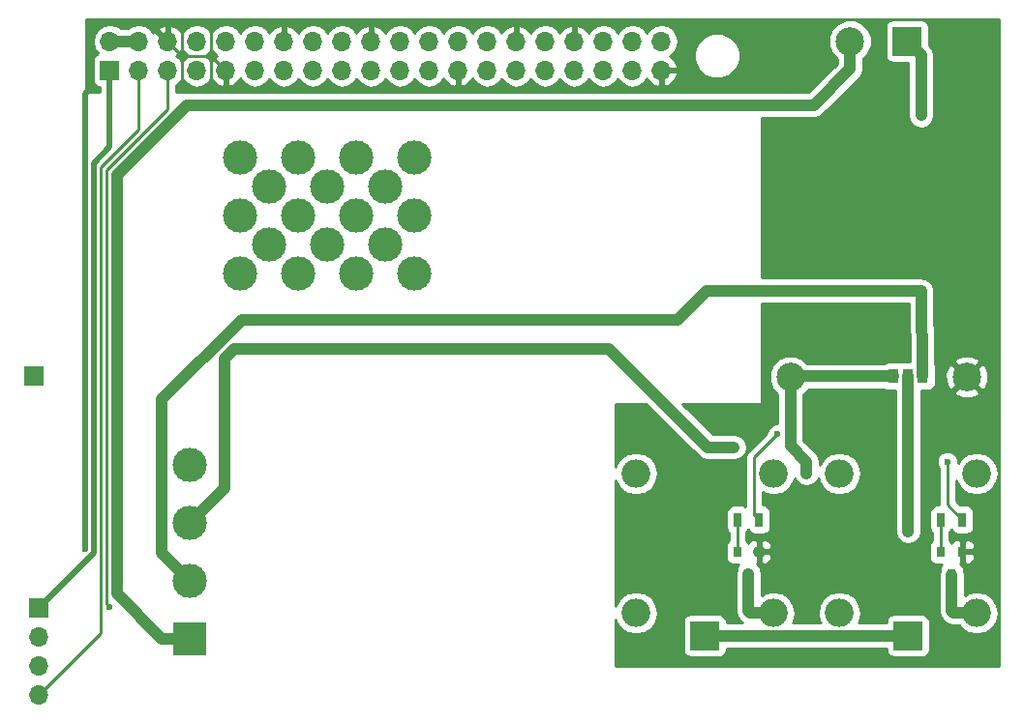
<source format=gbl>
G04 #@! TF.FileFunction,Copper,L2,Bot,Signal*
%FSLAX46Y46*%
G04 Gerber Fmt 4.6, Leading zero omitted, Abs format (unit mm)*
G04 Created by KiCad (PCBNEW 4.0.7) date Sunday 11 February 2018 15:57:34*
%MOMM*%
%LPD*%
G01*
G04 APERTURE LIST*
%ADD10C,0.100000*%
%ADD11C,3.000000*%
%ADD12R,1.700000X1.700000*%
%ADD13O,1.700000X1.700000*%
%ADD14R,2.500000X2.500000*%
%ADD15O,2.500000X2.500000*%
%ADD16R,0.800000X0.900000*%
%ADD17R,0.700000X1.300000*%
%ADD18C,2.500000*%
%ADD19R,0.970000X1.270000*%
%ADD20R,2.999740X2.999740*%
%ADD21C,2.999740*%
%ADD22C,0.600000*%
%ADD23C,0.500000*%
%ADD24C,1.000000*%
%ADD25C,0.250000*%
%ADD26C,0.254000*%
G04 APERTURE END LIST*
D10*
D11*
X200660000Y-106680000D03*
X200660000Y-116840000D03*
X200660000Y-111760000D03*
X198120000Y-114300000D03*
X198120000Y-109220000D03*
X195580000Y-106680000D03*
X190500000Y-106680000D03*
X185420000Y-106680000D03*
X187960000Y-109220000D03*
X193040000Y-109220000D03*
X195580000Y-111760000D03*
X195580000Y-116840000D03*
X193040000Y-114300000D03*
X190500000Y-111760000D03*
X190500000Y-116840000D03*
X187960000Y-114300000D03*
X185420000Y-111760000D03*
D12*
X173990000Y-99060000D03*
D13*
X173990000Y-96520000D03*
X176530000Y-99060000D03*
X176530000Y-96520000D03*
X179070000Y-99060000D03*
X179070000Y-96520000D03*
X181610000Y-99060000D03*
X181610000Y-96520000D03*
X184150000Y-99060000D03*
X184150000Y-96520000D03*
X186690000Y-99060000D03*
X186690000Y-96520000D03*
X189230000Y-99060000D03*
X189230000Y-96520000D03*
X191770000Y-99060000D03*
X191770000Y-96520000D03*
X194310000Y-99060000D03*
X194310000Y-96520000D03*
X196850000Y-99060000D03*
X196850000Y-96520000D03*
X199390000Y-99060000D03*
X199390000Y-96520000D03*
X201930000Y-99060000D03*
X201930000Y-96520000D03*
X204470000Y-99060000D03*
X204470000Y-96520000D03*
X207010000Y-99060000D03*
X207010000Y-96520000D03*
X209550000Y-99060000D03*
X209550000Y-96520000D03*
X212090000Y-99060000D03*
X212090000Y-96520000D03*
X214630000Y-99060000D03*
X214630000Y-96520000D03*
X217170000Y-99060000D03*
X217170000Y-96520000D03*
X219710000Y-99060000D03*
X219710000Y-96520000D03*
X222250000Y-99060000D03*
X222250000Y-96520000D03*
D11*
X185420000Y-116840000D03*
D14*
X243840000Y-148590000D03*
D15*
X249840000Y-146590000D03*
X249840000Y-134390000D03*
X237840000Y-134390000D03*
X237840000Y-146590000D03*
D14*
X226060000Y-148590000D03*
D15*
X232060000Y-146590000D03*
X232060000Y-134390000D03*
X220060000Y-134390000D03*
X220060000Y-146590000D03*
D16*
X246700000Y-141240000D03*
X248600000Y-141240000D03*
X247650000Y-143240000D03*
X228920000Y-141240000D03*
X230820000Y-141240000D03*
X229870000Y-143240000D03*
D17*
X246700000Y-138430000D03*
X248600000Y-138430000D03*
X228920000Y-138430000D03*
X230820000Y-138430000D03*
D14*
X243760000Y-96520000D03*
D18*
X238760000Y-96520000D03*
X248960000Y-125920000D03*
X233560000Y-125920000D03*
D19*
X245110000Y-125857000D03*
X243840000Y-125857000D03*
X242570000Y-125857000D03*
D12*
X167767000Y-146177000D03*
D13*
X167767000Y-148717000D03*
X167767000Y-151257000D03*
X167767000Y-153797000D03*
D12*
X167386000Y-125857000D03*
D20*
X180975000Y-148844000D03*
D21*
X180975000Y-143764000D03*
X180975000Y-138684000D03*
X180975000Y-133604000D03*
D22*
X234950000Y-134366000D03*
X171831000Y-140970000D03*
X232283000Y-95631000D03*
X233426000Y-96774000D03*
X234569000Y-97917000D03*
X235712000Y-99060000D03*
X244983000Y-102997000D03*
X244983000Y-118364000D03*
X243840000Y-139446000D03*
X173990000Y-146050000D03*
X232410000Y-130937000D03*
X247269000Y-133350000D03*
X228600000Y-132080000D03*
D23*
X173990000Y-102362000D02*
X173990000Y-105791000D01*
X173990000Y-99060000D02*
X173990000Y-102362000D01*
X172593000Y-141351000D02*
X167767000Y-146177000D01*
X172593000Y-107188000D02*
X172593000Y-141351000D01*
X173990000Y-105791000D02*
X172593000Y-107188000D01*
D24*
X242570000Y-125857000D02*
X233623000Y-125857000D01*
X233623000Y-125857000D02*
X233560000Y-125920000D01*
X233560000Y-131960000D02*
X233560000Y-125920000D01*
X233560000Y-131960000D02*
X234950000Y-133350000D01*
X234950000Y-134366000D02*
X234950000Y-133350000D01*
X176530000Y-96520000D02*
X173990000Y-96520000D01*
D23*
X171831000Y-101092000D02*
X172339000Y-100584000D01*
X171831000Y-140970000D02*
X171831000Y-101092000D01*
X177546000Y-94996000D02*
X179070000Y-96520000D01*
D25*
X180340000Y-97790000D02*
X180340000Y-95758000D01*
X180340000Y-97790000D02*
X180340000Y-99822000D01*
X182880000Y-97790000D02*
X182880000Y-99822000D01*
X182880000Y-97790000D02*
X182880000Y-95758000D01*
X179070000Y-96520000D02*
X180340000Y-97790000D01*
X182880000Y-97790000D02*
X184150000Y-99060000D01*
X180340000Y-97790000D02*
X182880000Y-97790000D01*
D24*
X230820000Y-141240000D02*
X230836000Y-141224000D01*
D25*
X247650000Y-143240000D02*
X247650000Y-143290000D01*
D24*
X247650000Y-143290000D02*
X247650000Y-146440000D01*
X249840000Y-146590000D02*
X247800000Y-146590000D01*
X247800000Y-146590000D02*
X247650000Y-146440000D01*
X229870000Y-143240000D02*
X229870000Y-146440000D01*
X229870000Y-146440000D02*
X229870000Y-146050000D01*
X229870000Y-146050000D02*
X229870000Y-146440000D01*
X232060000Y-146590000D02*
X230020000Y-146590000D01*
X230020000Y-146590000D02*
X229870000Y-146440000D01*
D25*
X246700000Y-141240000D02*
X246700000Y-138430000D01*
X228920000Y-141240000D02*
X228920000Y-138430000D01*
D24*
X180975000Y-148844000D02*
X178562000Y-148844000D01*
X238760000Y-98933000D02*
X235585000Y-102108000D01*
X235585000Y-102108000D02*
X180721000Y-102108000D01*
X238760000Y-98933000D02*
X238760000Y-96520000D01*
X174625000Y-108204000D02*
X180721000Y-102108000D01*
X174625000Y-144907000D02*
X174625000Y-108204000D01*
X178562000Y-148844000D02*
X174625000Y-144907000D01*
X243760000Y-96520000D02*
X244983000Y-97743000D01*
X244983000Y-97743000D02*
X244983000Y-102997000D01*
X226441000Y-118364000D02*
X226187000Y-118364000D01*
X178562000Y-141351000D02*
X180975000Y-143764000D01*
X178562000Y-127889000D02*
X178562000Y-141351000D01*
X185547000Y-120904000D02*
X178562000Y-127889000D01*
X223647000Y-120904000D02*
X185547000Y-120904000D01*
X226187000Y-118364000D02*
X223647000Y-120904000D01*
X244983000Y-118364000D02*
X226441000Y-118364000D01*
X244983000Y-118364000D02*
X245110000Y-125857000D01*
X226060000Y-148590000D02*
X243840000Y-148590000D01*
X243840000Y-125857000D02*
X243840000Y-139446000D01*
D25*
X173736000Y-142040796D02*
X173736000Y-145796000D01*
X179070000Y-102489000D02*
X173736000Y-107823000D01*
X173736000Y-107823000D02*
X173736000Y-142040796D01*
X179070000Y-99060000D02*
X179070000Y-102489000D01*
X173736000Y-145796000D02*
X173990000Y-146050000D01*
X173228000Y-138938000D02*
X173228000Y-148336000D01*
X173228000Y-148336000D02*
X167767000Y-153797000D01*
X176530000Y-99060000D02*
X176530000Y-104267000D01*
X173228000Y-107569000D02*
X173228000Y-138938000D01*
X173228000Y-138938000D02*
X173228000Y-138956692D01*
X176530000Y-104267000D02*
X173228000Y-107569000D01*
X230820000Y-138430000D02*
X230378000Y-137988000D01*
X230378000Y-132969000D02*
X232410000Y-130937000D01*
X230378000Y-137988000D02*
X230378000Y-132969000D01*
X247299500Y-137129500D02*
X247269000Y-137099000D01*
X247269000Y-137099000D02*
X247269000Y-133350000D01*
X248600000Y-138430000D02*
X247299500Y-137129500D01*
X247299500Y-137129500D02*
X247269000Y-137099000D01*
X248600000Y-138430000D02*
X248600000Y-138364000D01*
D24*
X184023000Y-134366000D02*
X184023000Y-135636000D01*
X184023000Y-135636000D02*
X180975000Y-138684000D01*
X184023000Y-124333000D02*
X184023000Y-134366000D01*
X184023000Y-134366000D02*
X184023000Y-134620000D01*
X184912000Y-123444000D02*
X184023000Y-124333000D01*
X217678000Y-123444000D02*
X184912000Y-123444000D01*
X226314000Y-132080000D02*
X217678000Y-123444000D01*
X227330000Y-132080000D02*
X226314000Y-132080000D01*
X228600000Y-132080000D02*
X227330000Y-132080000D01*
D26*
G36*
X251766000Y-151257000D02*
X218261000Y-151257000D01*
X218261000Y-147208006D01*
X218281558Y-147311358D01*
X218690175Y-147922896D01*
X219301713Y-148331513D01*
X220023071Y-148475000D01*
X220096929Y-148475000D01*
X220818287Y-148331513D01*
X221429825Y-147922896D01*
X221838442Y-147311358D01*
X221981929Y-146590000D01*
X221838442Y-145868642D01*
X221429825Y-145257104D01*
X220818287Y-144848487D01*
X220096929Y-144705000D01*
X220023071Y-144705000D01*
X219301713Y-144848487D01*
X218690175Y-145257104D01*
X218281558Y-145868642D01*
X218261000Y-145971994D01*
X218261000Y-135008006D01*
X218281558Y-135111358D01*
X218690175Y-135722896D01*
X219301713Y-136131513D01*
X220023071Y-136275000D01*
X220096929Y-136275000D01*
X220818287Y-136131513D01*
X221429825Y-135722896D01*
X221838442Y-135111358D01*
X221981929Y-134390000D01*
X221838442Y-133668642D01*
X221429825Y-133057104D01*
X220818287Y-132648487D01*
X220096929Y-132505000D01*
X220023071Y-132505000D01*
X219301713Y-132648487D01*
X218690175Y-133057104D01*
X218281558Y-133668642D01*
X218261000Y-133771994D01*
X218261000Y-128270000D01*
X220898868Y-128270000D01*
X225511434Y-132882566D01*
X225879654Y-133128603D01*
X226314000Y-133215000D01*
X228600000Y-133215000D01*
X229034346Y-133128603D01*
X229402566Y-132882566D01*
X229648603Y-132514346D01*
X229735000Y-132080000D01*
X229648603Y-131645654D01*
X229402566Y-131277434D01*
X229034346Y-131031397D01*
X228600000Y-130945000D01*
X226784132Y-130945000D01*
X224109132Y-128270000D01*
X230886000Y-128270000D01*
X230935410Y-128259994D01*
X230977035Y-128231553D01*
X231004315Y-128189159D01*
X231013000Y-128143000D01*
X231013000Y-119499000D01*
X243867074Y-119499000D01*
X243953101Y-124574560D01*
X243355000Y-124574560D01*
X243199493Y-124603821D01*
X243055000Y-124574560D01*
X242085000Y-124574560D01*
X241849683Y-124618838D01*
X241689365Y-124722000D01*
X235027558Y-124722000D01*
X234629161Y-124322907D01*
X233936595Y-124035328D01*
X233186695Y-124034674D01*
X232493628Y-124321043D01*
X231962907Y-124850839D01*
X231675328Y-125543405D01*
X231674674Y-126293305D01*
X231961043Y-126986372D01*
X232425000Y-127451139D01*
X232425000Y-130002012D01*
X232224833Y-130001838D01*
X231881057Y-130143883D01*
X231617808Y-130406673D01*
X231475162Y-130750201D01*
X231475121Y-130797077D01*
X229840599Y-132431599D01*
X229675852Y-132678161D01*
X229618000Y-132969000D01*
X229618000Y-137249238D01*
X229521890Y-137183569D01*
X229270000Y-137132560D01*
X228570000Y-137132560D01*
X228334683Y-137176838D01*
X228118559Y-137315910D01*
X227973569Y-137528110D01*
X227922560Y-137780000D01*
X227922560Y-139080000D01*
X227966838Y-139315317D01*
X228105910Y-139531441D01*
X228160000Y-139568399D01*
X228160000Y-140267069D01*
X228068559Y-140325910D01*
X227923569Y-140538110D01*
X227872560Y-140790000D01*
X227872560Y-141690000D01*
X227916838Y-141925317D01*
X228055910Y-142141441D01*
X228268110Y-142286431D01*
X228520000Y-142337440D01*
X229010681Y-142337440D01*
X228873569Y-142538110D01*
X228822560Y-142790000D01*
X228822560Y-142803913D01*
X228821397Y-142805654D01*
X228735000Y-143240000D01*
X228735000Y-146440000D01*
X228821397Y-146874346D01*
X228978063Y-147108813D01*
X229067434Y-147242566D01*
X229217434Y-147392566D01*
X229310873Y-147455000D01*
X227957440Y-147455000D01*
X227957440Y-147340000D01*
X227913162Y-147104683D01*
X227774090Y-146888559D01*
X227561890Y-146743569D01*
X227310000Y-146692560D01*
X224810000Y-146692560D01*
X224574683Y-146736838D01*
X224358559Y-146875910D01*
X224213569Y-147088110D01*
X224162560Y-147340000D01*
X224162560Y-149840000D01*
X224206838Y-150075317D01*
X224345910Y-150291441D01*
X224558110Y-150436431D01*
X224810000Y-150487440D01*
X227310000Y-150487440D01*
X227545317Y-150443162D01*
X227761441Y-150304090D01*
X227906431Y-150091890D01*
X227957440Y-149840000D01*
X227957440Y-149725000D01*
X241942560Y-149725000D01*
X241942560Y-149840000D01*
X241986838Y-150075317D01*
X242125910Y-150291441D01*
X242338110Y-150436431D01*
X242590000Y-150487440D01*
X245090000Y-150487440D01*
X245325317Y-150443162D01*
X245541441Y-150304090D01*
X245686431Y-150091890D01*
X245737440Y-149840000D01*
X245737440Y-147340000D01*
X245693162Y-147104683D01*
X245554090Y-146888559D01*
X245341890Y-146743569D01*
X245090000Y-146692560D01*
X242590000Y-146692560D01*
X242354683Y-146736838D01*
X242138559Y-146875910D01*
X241993569Y-147088110D01*
X241942560Y-147340000D01*
X241942560Y-147455000D01*
X239522463Y-147455000D01*
X239618442Y-147311358D01*
X239761929Y-146590000D01*
X239618442Y-145868642D01*
X239209825Y-145257104D01*
X238598287Y-144848487D01*
X237876929Y-144705000D01*
X237803071Y-144705000D01*
X237081713Y-144848487D01*
X236470175Y-145257104D01*
X236061558Y-145868642D01*
X235918071Y-146590000D01*
X236061558Y-147311358D01*
X236157537Y-147455000D01*
X233742463Y-147455000D01*
X233838442Y-147311358D01*
X233981929Y-146590000D01*
X233838442Y-145868642D01*
X233429825Y-145257104D01*
X232818287Y-144848487D01*
X232096929Y-144705000D01*
X232023071Y-144705000D01*
X231301713Y-144848487D01*
X231005000Y-145046744D01*
X231005000Y-143240000D01*
X230918603Y-142805654D01*
X230917440Y-142803913D01*
X230917440Y-142790000D01*
X230873162Y-142554683D01*
X230734090Y-142338559D01*
X230607314Y-142251936D01*
X230693000Y-142166250D01*
X230693000Y-141367000D01*
X230947000Y-141367000D01*
X230947000Y-142166250D01*
X231105750Y-142325000D01*
X231346310Y-142325000D01*
X231579699Y-142228327D01*
X231758327Y-142049698D01*
X231855000Y-141816309D01*
X231855000Y-141525750D01*
X231696250Y-141367000D01*
X230947000Y-141367000D01*
X230693000Y-141367000D01*
X230673000Y-141367000D01*
X230673000Y-141113000D01*
X230693000Y-141113000D01*
X230693000Y-140313750D01*
X230947000Y-140313750D01*
X230947000Y-141113000D01*
X231696250Y-141113000D01*
X231855000Y-140954250D01*
X231855000Y-140790000D01*
X245652560Y-140790000D01*
X245652560Y-141690000D01*
X245696838Y-141925317D01*
X245835910Y-142141441D01*
X246048110Y-142286431D01*
X246300000Y-142337440D01*
X246790681Y-142337440D01*
X246653569Y-142538110D01*
X246602560Y-142790000D01*
X246602560Y-142853913D01*
X246601397Y-142855654D01*
X246515000Y-143290000D01*
X246515000Y-146440000D01*
X246601397Y-146874346D01*
X246758063Y-147108813D01*
X246847434Y-147242566D01*
X246997434Y-147392566D01*
X247365654Y-147638603D01*
X247800000Y-147725000D01*
X248337945Y-147725000D01*
X248470175Y-147922896D01*
X249081713Y-148331513D01*
X249803071Y-148475000D01*
X249876929Y-148475000D01*
X250598287Y-148331513D01*
X251209825Y-147922896D01*
X251618442Y-147311358D01*
X251761929Y-146590000D01*
X251618442Y-145868642D01*
X251209825Y-145257104D01*
X250598287Y-144848487D01*
X249876929Y-144705000D01*
X249803071Y-144705000D01*
X249081713Y-144848487D01*
X248785000Y-145046744D01*
X248785000Y-143290000D01*
X248698603Y-142855654D01*
X248697440Y-142853913D01*
X248697440Y-142790000D01*
X248653162Y-142554683D01*
X248514090Y-142338559D01*
X248387314Y-142251936D01*
X248473000Y-142166250D01*
X248473000Y-141367000D01*
X248727000Y-141367000D01*
X248727000Y-142166250D01*
X248885750Y-142325000D01*
X249126310Y-142325000D01*
X249359699Y-142228327D01*
X249538327Y-142049698D01*
X249635000Y-141816309D01*
X249635000Y-141525750D01*
X249476250Y-141367000D01*
X248727000Y-141367000D01*
X248473000Y-141367000D01*
X248453000Y-141367000D01*
X248453000Y-141113000D01*
X248473000Y-141113000D01*
X248473000Y-140313750D01*
X248727000Y-140313750D01*
X248727000Y-141113000D01*
X249476250Y-141113000D01*
X249635000Y-140954250D01*
X249635000Y-140663691D01*
X249538327Y-140430302D01*
X249359699Y-140251673D01*
X249126310Y-140155000D01*
X248885750Y-140155000D01*
X248727000Y-140313750D01*
X248473000Y-140313750D01*
X248314250Y-140155000D01*
X248073690Y-140155000D01*
X247840301Y-140251673D01*
X247661673Y-140430302D01*
X247646577Y-140466747D01*
X247564090Y-140338559D01*
X247460000Y-140267437D01*
X247460000Y-139570757D01*
X247501441Y-139544090D01*
X247646431Y-139331890D01*
X247649081Y-139318803D01*
X247785910Y-139531441D01*
X247998110Y-139676431D01*
X248250000Y-139727440D01*
X248950000Y-139727440D01*
X249185317Y-139683162D01*
X249401441Y-139544090D01*
X249546431Y-139331890D01*
X249597440Y-139080000D01*
X249597440Y-137780000D01*
X249553162Y-137544683D01*
X249414090Y-137328559D01*
X249201890Y-137183569D01*
X248950000Y-137132560D01*
X248377362Y-137132560D01*
X248029000Y-136784198D01*
X248029000Y-134947678D01*
X248061558Y-135111358D01*
X248470175Y-135722896D01*
X249081713Y-136131513D01*
X249803071Y-136275000D01*
X249876929Y-136275000D01*
X250598287Y-136131513D01*
X251209825Y-135722896D01*
X251618442Y-135111358D01*
X251761929Y-134390000D01*
X251618442Y-133668642D01*
X251209825Y-133057104D01*
X250598287Y-132648487D01*
X249876929Y-132505000D01*
X249803071Y-132505000D01*
X249081713Y-132648487D01*
X248470175Y-133057104D01*
X248203909Y-133455599D01*
X248204162Y-133164833D01*
X248062117Y-132821057D01*
X247799327Y-132557808D01*
X247455799Y-132415162D01*
X247083833Y-132414838D01*
X246740057Y-132556883D01*
X246476808Y-132819673D01*
X246334162Y-133163201D01*
X246333838Y-133535167D01*
X246475883Y-133878943D01*
X246509000Y-133912118D01*
X246509000Y-137099000D01*
X246515676Y-137132560D01*
X246350000Y-137132560D01*
X246114683Y-137176838D01*
X245898559Y-137315910D01*
X245753569Y-137528110D01*
X245702560Y-137780000D01*
X245702560Y-139080000D01*
X245746838Y-139315317D01*
X245885910Y-139531441D01*
X245940000Y-139568399D01*
X245940000Y-140267069D01*
X245848559Y-140325910D01*
X245703569Y-140538110D01*
X245652560Y-140790000D01*
X231855000Y-140790000D01*
X231855000Y-140663691D01*
X231758327Y-140430302D01*
X231579699Y-140251673D01*
X231346310Y-140155000D01*
X231105750Y-140155000D01*
X230947000Y-140313750D01*
X230693000Y-140313750D01*
X230534250Y-140155000D01*
X230293690Y-140155000D01*
X230060301Y-140251673D01*
X229881673Y-140430302D01*
X229866577Y-140466747D01*
X229784090Y-140338559D01*
X229680000Y-140267437D01*
X229680000Y-139570757D01*
X229721441Y-139544090D01*
X229866431Y-139331890D01*
X229869081Y-139318803D01*
X230005910Y-139531441D01*
X230218110Y-139676431D01*
X230470000Y-139727440D01*
X231170000Y-139727440D01*
X231405317Y-139683162D01*
X231621441Y-139544090D01*
X231766431Y-139331890D01*
X231817440Y-139080000D01*
X231817440Y-137780000D01*
X231773162Y-137544683D01*
X231634090Y-137328559D01*
X231421890Y-137183569D01*
X231170000Y-137132560D01*
X231138000Y-137132560D01*
X231138000Y-136022123D01*
X231301713Y-136131513D01*
X232023071Y-136275000D01*
X232096929Y-136275000D01*
X232818287Y-136131513D01*
X233429825Y-135722896D01*
X233838442Y-135111358D01*
X233900852Y-134797604D01*
X233901397Y-134800346D01*
X234147434Y-135168566D01*
X234515654Y-135414603D01*
X234950000Y-135501000D01*
X235384346Y-135414603D01*
X235752566Y-135168566D01*
X235998603Y-134800346D01*
X235999148Y-134797604D01*
X236061558Y-135111358D01*
X236470175Y-135722896D01*
X237081713Y-136131513D01*
X237803071Y-136275000D01*
X237876929Y-136275000D01*
X238598287Y-136131513D01*
X239209825Y-135722896D01*
X239618442Y-135111358D01*
X239761929Y-134390000D01*
X239618442Y-133668642D01*
X239209825Y-133057104D01*
X238598287Y-132648487D01*
X237876929Y-132505000D01*
X237803071Y-132505000D01*
X237081713Y-132648487D01*
X236470175Y-133057104D01*
X236085000Y-133633559D01*
X236085000Y-133350000D01*
X235998603Y-132915654D01*
X235752566Y-132547434D01*
X234695000Y-131489868D01*
X234695000Y-127450449D01*
X235154249Y-126992000D01*
X241691978Y-126992000D01*
X241833110Y-127088431D01*
X242085000Y-127139440D01*
X242705000Y-127139440D01*
X242705000Y-139446000D01*
X242791397Y-139880346D01*
X243037434Y-140248566D01*
X243405654Y-140494603D01*
X243840000Y-140581000D01*
X244274346Y-140494603D01*
X244642566Y-140248566D01*
X244888603Y-139880346D01*
X244975000Y-139446000D01*
X244975000Y-127253320D01*
X247806285Y-127253320D01*
X247935533Y-127546123D01*
X248635806Y-127814388D01*
X249385435Y-127794250D01*
X249984467Y-127546123D01*
X250113715Y-127253320D01*
X248960000Y-126099605D01*
X247806285Y-127253320D01*
X244975000Y-127253320D01*
X244975000Y-127139440D01*
X245595000Y-127139440D01*
X245830317Y-127095162D01*
X246046441Y-126956090D01*
X246191431Y-126743890D01*
X246242440Y-126492000D01*
X246242440Y-125850982D01*
X246244837Y-125837765D01*
X246242440Y-125696342D01*
X246242440Y-125595806D01*
X247065612Y-125595806D01*
X247085750Y-126345435D01*
X247333877Y-126944467D01*
X247626680Y-127073715D01*
X248780395Y-125920000D01*
X249139605Y-125920000D01*
X250293320Y-127073715D01*
X250586123Y-126944467D01*
X250854388Y-126244194D01*
X250834250Y-125494565D01*
X250586123Y-124895533D01*
X250293320Y-124766285D01*
X249139605Y-125920000D01*
X248780395Y-125920000D01*
X247626680Y-124766285D01*
X247333877Y-124895533D01*
X247065612Y-125595806D01*
X246242440Y-125595806D01*
X246242440Y-125222000D01*
X246233604Y-125175043D01*
X246223632Y-124586680D01*
X247806285Y-124586680D01*
X248960000Y-125740395D01*
X250113715Y-124586680D01*
X249984467Y-124293877D01*
X249284194Y-124025612D01*
X248534565Y-124045750D01*
X247935533Y-124293877D01*
X247806285Y-124586680D01*
X246223632Y-124586680D01*
X246117837Y-118344765D01*
X246072959Y-118137563D01*
X246031603Y-117929654D01*
X246026165Y-117921515D01*
X246024092Y-117911946D01*
X245903334Y-117737686D01*
X245785566Y-117561434D01*
X245777427Y-117555996D01*
X245771850Y-117547948D01*
X245593609Y-117433172D01*
X245417346Y-117315397D01*
X245407744Y-117313487D01*
X245399513Y-117308187D01*
X245190930Y-117270360D01*
X244983000Y-117229000D01*
X231013000Y-117229000D01*
X231013000Y-103243000D01*
X235585000Y-103243000D01*
X236019346Y-103156603D01*
X236387566Y-102910566D01*
X239562566Y-99735566D01*
X239808603Y-99367346D01*
X239895000Y-98933000D01*
X239895000Y-98050449D01*
X240357093Y-97589161D01*
X240644672Y-96896595D01*
X240645326Y-96146695D01*
X240358957Y-95453628D01*
X240175650Y-95270000D01*
X241862560Y-95270000D01*
X241862560Y-97770000D01*
X241906838Y-98005317D01*
X242045910Y-98221441D01*
X242258110Y-98366431D01*
X242510000Y-98417440D01*
X243848000Y-98417440D01*
X243848000Y-102997000D01*
X243934397Y-103431346D01*
X244180434Y-103799566D01*
X244548654Y-104045603D01*
X244983000Y-104132000D01*
X245417346Y-104045603D01*
X245785566Y-103799566D01*
X246031603Y-103431346D01*
X246118000Y-102997000D01*
X246118000Y-97743000D01*
X246031603Y-97308654D01*
X245785566Y-96940434D01*
X245657440Y-96812308D01*
X245657440Y-95270000D01*
X245613162Y-95034683D01*
X245474090Y-94818559D01*
X245261890Y-94673569D01*
X245010000Y-94622560D01*
X242510000Y-94622560D01*
X242274683Y-94666838D01*
X242058559Y-94805910D01*
X241913569Y-95018110D01*
X241862560Y-95270000D01*
X240175650Y-95270000D01*
X239829161Y-94922907D01*
X239136595Y-94635328D01*
X238386695Y-94634674D01*
X237693628Y-94921043D01*
X237162907Y-95450839D01*
X236875328Y-96143405D01*
X236874674Y-96893305D01*
X237161043Y-97586372D01*
X237625000Y-98051139D01*
X237625000Y-98462868D01*
X235114868Y-100973000D01*
X230928518Y-100973000D01*
X230886000Y-100965000D01*
X179830000Y-100965000D01*
X179830000Y-100332954D01*
X180120054Y-100139147D01*
X180340000Y-99809974D01*
X180559946Y-100139147D01*
X181041715Y-100461054D01*
X181610000Y-100574093D01*
X182178285Y-100461054D01*
X182660054Y-100139147D01*
X182887702Y-99798447D01*
X182954817Y-99941358D01*
X183383076Y-100331645D01*
X183793110Y-100501476D01*
X184023000Y-100380155D01*
X184023000Y-99187000D01*
X184003000Y-99187000D01*
X184003000Y-98933000D01*
X184023000Y-98933000D01*
X184023000Y-98913000D01*
X184277000Y-98913000D01*
X184277000Y-98933000D01*
X184297000Y-98933000D01*
X184297000Y-99187000D01*
X184277000Y-99187000D01*
X184277000Y-100380155D01*
X184506890Y-100501476D01*
X184916924Y-100331645D01*
X185345183Y-99941358D01*
X185412298Y-99798447D01*
X185639946Y-100139147D01*
X186121715Y-100461054D01*
X186690000Y-100574093D01*
X187258285Y-100461054D01*
X187740054Y-100139147D01*
X187960000Y-99809974D01*
X188179946Y-100139147D01*
X188661715Y-100461054D01*
X189230000Y-100574093D01*
X189798285Y-100461054D01*
X190280054Y-100139147D01*
X190500000Y-99809974D01*
X190719946Y-100139147D01*
X191201715Y-100461054D01*
X191770000Y-100574093D01*
X192338285Y-100461054D01*
X192820054Y-100139147D01*
X193040000Y-99809974D01*
X193259946Y-100139147D01*
X193741715Y-100461054D01*
X194310000Y-100574093D01*
X194878285Y-100461054D01*
X195360054Y-100139147D01*
X195580000Y-99809974D01*
X195799946Y-100139147D01*
X196281715Y-100461054D01*
X196850000Y-100574093D01*
X197418285Y-100461054D01*
X197900054Y-100139147D01*
X198120000Y-99809974D01*
X198339946Y-100139147D01*
X198821715Y-100461054D01*
X199390000Y-100574093D01*
X199958285Y-100461054D01*
X200440054Y-100139147D01*
X200660000Y-99809974D01*
X200879946Y-100139147D01*
X201361715Y-100461054D01*
X201930000Y-100574093D01*
X202498285Y-100461054D01*
X202980054Y-100139147D01*
X203207702Y-99798447D01*
X203274817Y-99941358D01*
X203703076Y-100331645D01*
X204113110Y-100501476D01*
X204343000Y-100380155D01*
X204343000Y-99187000D01*
X204323000Y-99187000D01*
X204323000Y-98933000D01*
X204343000Y-98933000D01*
X204343000Y-98913000D01*
X204597000Y-98913000D01*
X204597000Y-98933000D01*
X204617000Y-98933000D01*
X204617000Y-99187000D01*
X204597000Y-99187000D01*
X204597000Y-100380155D01*
X204826890Y-100501476D01*
X205236924Y-100331645D01*
X205665183Y-99941358D01*
X205732298Y-99798447D01*
X205959946Y-100139147D01*
X206441715Y-100461054D01*
X207010000Y-100574093D01*
X207578285Y-100461054D01*
X208060054Y-100139147D01*
X208280000Y-99809974D01*
X208499946Y-100139147D01*
X208981715Y-100461054D01*
X209550000Y-100574093D01*
X210118285Y-100461054D01*
X210600054Y-100139147D01*
X210820000Y-99809974D01*
X211039946Y-100139147D01*
X211521715Y-100461054D01*
X212090000Y-100574093D01*
X212658285Y-100461054D01*
X213140054Y-100139147D01*
X213360000Y-99809974D01*
X213579946Y-100139147D01*
X214061715Y-100461054D01*
X214630000Y-100574093D01*
X215198285Y-100461054D01*
X215680054Y-100139147D01*
X215900000Y-99809974D01*
X216119946Y-100139147D01*
X216601715Y-100461054D01*
X217170000Y-100574093D01*
X217738285Y-100461054D01*
X218220054Y-100139147D01*
X218440000Y-99809974D01*
X218659946Y-100139147D01*
X219141715Y-100461054D01*
X219710000Y-100574093D01*
X220278285Y-100461054D01*
X220760054Y-100139147D01*
X220987702Y-99798447D01*
X221054817Y-99941358D01*
X221483076Y-100331645D01*
X221893110Y-100501476D01*
X222123000Y-100380155D01*
X222123000Y-99187000D01*
X222377000Y-99187000D01*
X222377000Y-100380155D01*
X222606890Y-100501476D01*
X223016924Y-100331645D01*
X223445183Y-99941358D01*
X223691486Y-99416892D01*
X223570819Y-99187000D01*
X222377000Y-99187000D01*
X222123000Y-99187000D01*
X222103000Y-99187000D01*
X222103000Y-98933000D01*
X222123000Y-98933000D01*
X222123000Y-98913000D01*
X222377000Y-98913000D01*
X222377000Y-98933000D01*
X223570819Y-98933000D01*
X223691486Y-98703108D01*
X223449606Y-98188060D01*
X225109652Y-98188060D01*
X225415012Y-98927086D01*
X225979940Y-99493001D01*
X226718432Y-99799650D01*
X227518060Y-99800348D01*
X228257086Y-99494988D01*
X228823001Y-98930060D01*
X229129650Y-98191568D01*
X229130348Y-97391940D01*
X228824988Y-96652914D01*
X228260060Y-96086999D01*
X227521568Y-95780350D01*
X226721940Y-95779652D01*
X225982914Y-96085012D01*
X225416999Y-96649940D01*
X225110350Y-97388432D01*
X225109652Y-98188060D01*
X223449606Y-98188060D01*
X223445183Y-98178642D01*
X223016924Y-97788355D01*
X223016899Y-97788345D01*
X223300054Y-97599147D01*
X223621961Y-97117378D01*
X223735000Y-96549093D01*
X223735000Y-96490907D01*
X223621961Y-95922622D01*
X223300054Y-95440853D01*
X222818285Y-95118946D01*
X222250000Y-95005907D01*
X221681715Y-95118946D01*
X221199946Y-95440853D01*
X220980000Y-95770026D01*
X220760054Y-95440853D01*
X220278285Y-95118946D01*
X219710000Y-95005907D01*
X219141715Y-95118946D01*
X218659946Y-95440853D01*
X218440000Y-95770026D01*
X218220054Y-95440853D01*
X217738285Y-95118946D01*
X217170000Y-95005907D01*
X216601715Y-95118946D01*
X216119946Y-95440853D01*
X215892298Y-95781553D01*
X215825183Y-95638642D01*
X215396924Y-95248355D01*
X214986890Y-95078524D01*
X214757000Y-95199845D01*
X214757000Y-96393000D01*
X214777000Y-96393000D01*
X214777000Y-96647000D01*
X214757000Y-96647000D01*
X214757000Y-96667000D01*
X214503000Y-96667000D01*
X214503000Y-96647000D01*
X214483000Y-96647000D01*
X214483000Y-96393000D01*
X214503000Y-96393000D01*
X214503000Y-95199845D01*
X214273110Y-95078524D01*
X213863076Y-95248355D01*
X213434817Y-95638642D01*
X213367702Y-95781553D01*
X213140054Y-95440853D01*
X212658285Y-95118946D01*
X212090000Y-95005907D01*
X211521715Y-95118946D01*
X211039946Y-95440853D01*
X210812298Y-95781553D01*
X210745183Y-95638642D01*
X210316924Y-95248355D01*
X209906890Y-95078524D01*
X209677000Y-95199845D01*
X209677000Y-96393000D01*
X209697000Y-96393000D01*
X209697000Y-96647000D01*
X209677000Y-96647000D01*
X209677000Y-96667000D01*
X209423000Y-96667000D01*
X209423000Y-96647000D01*
X209403000Y-96647000D01*
X209403000Y-96393000D01*
X209423000Y-96393000D01*
X209423000Y-95199845D01*
X209193110Y-95078524D01*
X208783076Y-95248355D01*
X208354817Y-95638642D01*
X208287702Y-95781553D01*
X208060054Y-95440853D01*
X207578285Y-95118946D01*
X207010000Y-95005907D01*
X206441715Y-95118946D01*
X205959946Y-95440853D01*
X205740000Y-95770026D01*
X205520054Y-95440853D01*
X205038285Y-95118946D01*
X204470000Y-95005907D01*
X203901715Y-95118946D01*
X203419946Y-95440853D01*
X203200000Y-95770026D01*
X202980054Y-95440853D01*
X202498285Y-95118946D01*
X201930000Y-95005907D01*
X201361715Y-95118946D01*
X200879946Y-95440853D01*
X200660000Y-95770026D01*
X200440054Y-95440853D01*
X199958285Y-95118946D01*
X199390000Y-95005907D01*
X198821715Y-95118946D01*
X198339946Y-95440853D01*
X198112298Y-95781553D01*
X198045183Y-95638642D01*
X197616924Y-95248355D01*
X197206890Y-95078524D01*
X196977000Y-95199845D01*
X196977000Y-96393000D01*
X196997000Y-96393000D01*
X196997000Y-96647000D01*
X196977000Y-96647000D01*
X196977000Y-96667000D01*
X196723000Y-96667000D01*
X196723000Y-96647000D01*
X196703000Y-96647000D01*
X196703000Y-96393000D01*
X196723000Y-96393000D01*
X196723000Y-95199845D01*
X196493110Y-95078524D01*
X196083076Y-95248355D01*
X195654817Y-95638642D01*
X195587702Y-95781553D01*
X195360054Y-95440853D01*
X194878285Y-95118946D01*
X194310000Y-95005907D01*
X193741715Y-95118946D01*
X193259946Y-95440853D01*
X193040000Y-95770026D01*
X192820054Y-95440853D01*
X192338285Y-95118946D01*
X191770000Y-95005907D01*
X191201715Y-95118946D01*
X190719946Y-95440853D01*
X190492298Y-95781553D01*
X190425183Y-95638642D01*
X189996924Y-95248355D01*
X189586890Y-95078524D01*
X189357000Y-95199845D01*
X189357000Y-96393000D01*
X189377000Y-96393000D01*
X189377000Y-96647000D01*
X189357000Y-96647000D01*
X189357000Y-96667000D01*
X189103000Y-96667000D01*
X189103000Y-96647000D01*
X189083000Y-96647000D01*
X189083000Y-96393000D01*
X189103000Y-96393000D01*
X189103000Y-95199845D01*
X188873110Y-95078524D01*
X188463076Y-95248355D01*
X188034817Y-95638642D01*
X187967702Y-95781553D01*
X187740054Y-95440853D01*
X187258285Y-95118946D01*
X186690000Y-95005907D01*
X186121715Y-95118946D01*
X185639946Y-95440853D01*
X185420000Y-95770026D01*
X185200054Y-95440853D01*
X184718285Y-95118946D01*
X184150000Y-95005907D01*
X183581715Y-95118946D01*
X183099946Y-95440853D01*
X182880000Y-95770026D01*
X182660054Y-95440853D01*
X182178285Y-95118946D01*
X181610000Y-95005907D01*
X181041715Y-95118946D01*
X180559946Y-95440853D01*
X180332298Y-95781553D01*
X180265183Y-95638642D01*
X179836924Y-95248355D01*
X179426890Y-95078524D01*
X179197000Y-95199845D01*
X179197000Y-96393000D01*
X179217000Y-96393000D01*
X179217000Y-96647000D01*
X179197000Y-96647000D01*
X179197000Y-96667000D01*
X178943000Y-96667000D01*
X178943000Y-96647000D01*
X178923000Y-96647000D01*
X178923000Y-96393000D01*
X178943000Y-96393000D01*
X178943000Y-95199845D01*
X178713110Y-95078524D01*
X178303076Y-95248355D01*
X177874817Y-95638642D01*
X177807702Y-95781553D01*
X177580054Y-95440853D01*
X177098285Y-95118946D01*
X176530000Y-95005907D01*
X175961715Y-95118946D01*
X175563536Y-95385000D01*
X174956464Y-95385000D01*
X174558285Y-95118946D01*
X173990000Y-95005907D01*
X173421715Y-95118946D01*
X172939946Y-95440853D01*
X172618039Y-95922622D01*
X172505000Y-96490907D01*
X172505000Y-96549093D01*
X172618039Y-97117378D01*
X172939946Y-97599147D01*
X172941179Y-97599971D01*
X172904683Y-97606838D01*
X172688559Y-97745910D01*
X172543569Y-97958110D01*
X172492560Y-98210000D01*
X172492560Y-99910000D01*
X172536838Y-100145317D01*
X172675910Y-100361441D01*
X172888110Y-100506431D01*
X173105000Y-100550352D01*
X173105000Y-100965000D01*
X171958000Y-100965000D01*
X171958000Y-94563000D01*
X251766000Y-94563000D01*
X251766000Y-151257000D01*
X251766000Y-151257000D01*
G37*
X251766000Y-151257000D02*
X218261000Y-151257000D01*
X218261000Y-147208006D01*
X218281558Y-147311358D01*
X218690175Y-147922896D01*
X219301713Y-148331513D01*
X220023071Y-148475000D01*
X220096929Y-148475000D01*
X220818287Y-148331513D01*
X221429825Y-147922896D01*
X221838442Y-147311358D01*
X221981929Y-146590000D01*
X221838442Y-145868642D01*
X221429825Y-145257104D01*
X220818287Y-144848487D01*
X220096929Y-144705000D01*
X220023071Y-144705000D01*
X219301713Y-144848487D01*
X218690175Y-145257104D01*
X218281558Y-145868642D01*
X218261000Y-145971994D01*
X218261000Y-135008006D01*
X218281558Y-135111358D01*
X218690175Y-135722896D01*
X219301713Y-136131513D01*
X220023071Y-136275000D01*
X220096929Y-136275000D01*
X220818287Y-136131513D01*
X221429825Y-135722896D01*
X221838442Y-135111358D01*
X221981929Y-134390000D01*
X221838442Y-133668642D01*
X221429825Y-133057104D01*
X220818287Y-132648487D01*
X220096929Y-132505000D01*
X220023071Y-132505000D01*
X219301713Y-132648487D01*
X218690175Y-133057104D01*
X218281558Y-133668642D01*
X218261000Y-133771994D01*
X218261000Y-128270000D01*
X220898868Y-128270000D01*
X225511434Y-132882566D01*
X225879654Y-133128603D01*
X226314000Y-133215000D01*
X228600000Y-133215000D01*
X229034346Y-133128603D01*
X229402566Y-132882566D01*
X229648603Y-132514346D01*
X229735000Y-132080000D01*
X229648603Y-131645654D01*
X229402566Y-131277434D01*
X229034346Y-131031397D01*
X228600000Y-130945000D01*
X226784132Y-130945000D01*
X224109132Y-128270000D01*
X230886000Y-128270000D01*
X230935410Y-128259994D01*
X230977035Y-128231553D01*
X231004315Y-128189159D01*
X231013000Y-128143000D01*
X231013000Y-119499000D01*
X243867074Y-119499000D01*
X243953101Y-124574560D01*
X243355000Y-124574560D01*
X243199493Y-124603821D01*
X243055000Y-124574560D01*
X242085000Y-124574560D01*
X241849683Y-124618838D01*
X241689365Y-124722000D01*
X235027558Y-124722000D01*
X234629161Y-124322907D01*
X233936595Y-124035328D01*
X233186695Y-124034674D01*
X232493628Y-124321043D01*
X231962907Y-124850839D01*
X231675328Y-125543405D01*
X231674674Y-126293305D01*
X231961043Y-126986372D01*
X232425000Y-127451139D01*
X232425000Y-130002012D01*
X232224833Y-130001838D01*
X231881057Y-130143883D01*
X231617808Y-130406673D01*
X231475162Y-130750201D01*
X231475121Y-130797077D01*
X229840599Y-132431599D01*
X229675852Y-132678161D01*
X229618000Y-132969000D01*
X229618000Y-137249238D01*
X229521890Y-137183569D01*
X229270000Y-137132560D01*
X228570000Y-137132560D01*
X228334683Y-137176838D01*
X228118559Y-137315910D01*
X227973569Y-137528110D01*
X227922560Y-137780000D01*
X227922560Y-139080000D01*
X227966838Y-139315317D01*
X228105910Y-139531441D01*
X228160000Y-139568399D01*
X228160000Y-140267069D01*
X228068559Y-140325910D01*
X227923569Y-140538110D01*
X227872560Y-140790000D01*
X227872560Y-141690000D01*
X227916838Y-141925317D01*
X228055910Y-142141441D01*
X228268110Y-142286431D01*
X228520000Y-142337440D01*
X229010681Y-142337440D01*
X228873569Y-142538110D01*
X228822560Y-142790000D01*
X228822560Y-142803913D01*
X228821397Y-142805654D01*
X228735000Y-143240000D01*
X228735000Y-146440000D01*
X228821397Y-146874346D01*
X228978063Y-147108813D01*
X229067434Y-147242566D01*
X229217434Y-147392566D01*
X229310873Y-147455000D01*
X227957440Y-147455000D01*
X227957440Y-147340000D01*
X227913162Y-147104683D01*
X227774090Y-146888559D01*
X227561890Y-146743569D01*
X227310000Y-146692560D01*
X224810000Y-146692560D01*
X224574683Y-146736838D01*
X224358559Y-146875910D01*
X224213569Y-147088110D01*
X224162560Y-147340000D01*
X224162560Y-149840000D01*
X224206838Y-150075317D01*
X224345910Y-150291441D01*
X224558110Y-150436431D01*
X224810000Y-150487440D01*
X227310000Y-150487440D01*
X227545317Y-150443162D01*
X227761441Y-150304090D01*
X227906431Y-150091890D01*
X227957440Y-149840000D01*
X227957440Y-149725000D01*
X241942560Y-149725000D01*
X241942560Y-149840000D01*
X241986838Y-150075317D01*
X242125910Y-150291441D01*
X242338110Y-150436431D01*
X242590000Y-150487440D01*
X245090000Y-150487440D01*
X245325317Y-150443162D01*
X245541441Y-150304090D01*
X245686431Y-150091890D01*
X245737440Y-149840000D01*
X245737440Y-147340000D01*
X245693162Y-147104683D01*
X245554090Y-146888559D01*
X245341890Y-146743569D01*
X245090000Y-146692560D01*
X242590000Y-146692560D01*
X242354683Y-146736838D01*
X242138559Y-146875910D01*
X241993569Y-147088110D01*
X241942560Y-147340000D01*
X241942560Y-147455000D01*
X239522463Y-147455000D01*
X239618442Y-147311358D01*
X239761929Y-146590000D01*
X239618442Y-145868642D01*
X239209825Y-145257104D01*
X238598287Y-144848487D01*
X237876929Y-144705000D01*
X237803071Y-144705000D01*
X237081713Y-144848487D01*
X236470175Y-145257104D01*
X236061558Y-145868642D01*
X235918071Y-146590000D01*
X236061558Y-147311358D01*
X236157537Y-147455000D01*
X233742463Y-147455000D01*
X233838442Y-147311358D01*
X233981929Y-146590000D01*
X233838442Y-145868642D01*
X233429825Y-145257104D01*
X232818287Y-144848487D01*
X232096929Y-144705000D01*
X232023071Y-144705000D01*
X231301713Y-144848487D01*
X231005000Y-145046744D01*
X231005000Y-143240000D01*
X230918603Y-142805654D01*
X230917440Y-142803913D01*
X230917440Y-142790000D01*
X230873162Y-142554683D01*
X230734090Y-142338559D01*
X230607314Y-142251936D01*
X230693000Y-142166250D01*
X230693000Y-141367000D01*
X230947000Y-141367000D01*
X230947000Y-142166250D01*
X231105750Y-142325000D01*
X231346310Y-142325000D01*
X231579699Y-142228327D01*
X231758327Y-142049698D01*
X231855000Y-141816309D01*
X231855000Y-141525750D01*
X231696250Y-141367000D01*
X230947000Y-141367000D01*
X230693000Y-141367000D01*
X230673000Y-141367000D01*
X230673000Y-141113000D01*
X230693000Y-141113000D01*
X230693000Y-140313750D01*
X230947000Y-140313750D01*
X230947000Y-141113000D01*
X231696250Y-141113000D01*
X231855000Y-140954250D01*
X231855000Y-140790000D01*
X245652560Y-140790000D01*
X245652560Y-141690000D01*
X245696838Y-141925317D01*
X245835910Y-142141441D01*
X246048110Y-142286431D01*
X246300000Y-142337440D01*
X246790681Y-142337440D01*
X246653569Y-142538110D01*
X246602560Y-142790000D01*
X246602560Y-142853913D01*
X246601397Y-142855654D01*
X246515000Y-143290000D01*
X246515000Y-146440000D01*
X246601397Y-146874346D01*
X246758063Y-147108813D01*
X246847434Y-147242566D01*
X246997434Y-147392566D01*
X247365654Y-147638603D01*
X247800000Y-147725000D01*
X248337945Y-147725000D01*
X248470175Y-147922896D01*
X249081713Y-148331513D01*
X249803071Y-148475000D01*
X249876929Y-148475000D01*
X250598287Y-148331513D01*
X251209825Y-147922896D01*
X251618442Y-147311358D01*
X251761929Y-146590000D01*
X251618442Y-145868642D01*
X251209825Y-145257104D01*
X250598287Y-144848487D01*
X249876929Y-144705000D01*
X249803071Y-144705000D01*
X249081713Y-144848487D01*
X248785000Y-145046744D01*
X248785000Y-143290000D01*
X248698603Y-142855654D01*
X248697440Y-142853913D01*
X248697440Y-142790000D01*
X248653162Y-142554683D01*
X248514090Y-142338559D01*
X248387314Y-142251936D01*
X248473000Y-142166250D01*
X248473000Y-141367000D01*
X248727000Y-141367000D01*
X248727000Y-142166250D01*
X248885750Y-142325000D01*
X249126310Y-142325000D01*
X249359699Y-142228327D01*
X249538327Y-142049698D01*
X249635000Y-141816309D01*
X249635000Y-141525750D01*
X249476250Y-141367000D01*
X248727000Y-141367000D01*
X248473000Y-141367000D01*
X248453000Y-141367000D01*
X248453000Y-141113000D01*
X248473000Y-141113000D01*
X248473000Y-140313750D01*
X248727000Y-140313750D01*
X248727000Y-141113000D01*
X249476250Y-141113000D01*
X249635000Y-140954250D01*
X249635000Y-140663691D01*
X249538327Y-140430302D01*
X249359699Y-140251673D01*
X249126310Y-140155000D01*
X248885750Y-140155000D01*
X248727000Y-140313750D01*
X248473000Y-140313750D01*
X248314250Y-140155000D01*
X248073690Y-140155000D01*
X247840301Y-140251673D01*
X247661673Y-140430302D01*
X247646577Y-140466747D01*
X247564090Y-140338559D01*
X247460000Y-140267437D01*
X247460000Y-139570757D01*
X247501441Y-139544090D01*
X247646431Y-139331890D01*
X247649081Y-139318803D01*
X247785910Y-139531441D01*
X247998110Y-139676431D01*
X248250000Y-139727440D01*
X248950000Y-139727440D01*
X249185317Y-139683162D01*
X249401441Y-139544090D01*
X249546431Y-139331890D01*
X249597440Y-139080000D01*
X249597440Y-137780000D01*
X249553162Y-137544683D01*
X249414090Y-137328559D01*
X249201890Y-137183569D01*
X248950000Y-137132560D01*
X248377362Y-137132560D01*
X248029000Y-136784198D01*
X248029000Y-134947678D01*
X248061558Y-135111358D01*
X248470175Y-135722896D01*
X249081713Y-136131513D01*
X249803071Y-136275000D01*
X249876929Y-136275000D01*
X250598287Y-136131513D01*
X251209825Y-135722896D01*
X251618442Y-135111358D01*
X251761929Y-134390000D01*
X251618442Y-133668642D01*
X251209825Y-133057104D01*
X250598287Y-132648487D01*
X249876929Y-132505000D01*
X249803071Y-132505000D01*
X249081713Y-132648487D01*
X248470175Y-133057104D01*
X248203909Y-133455599D01*
X248204162Y-133164833D01*
X248062117Y-132821057D01*
X247799327Y-132557808D01*
X247455799Y-132415162D01*
X247083833Y-132414838D01*
X246740057Y-132556883D01*
X246476808Y-132819673D01*
X246334162Y-133163201D01*
X246333838Y-133535167D01*
X246475883Y-133878943D01*
X246509000Y-133912118D01*
X246509000Y-137099000D01*
X246515676Y-137132560D01*
X246350000Y-137132560D01*
X246114683Y-137176838D01*
X245898559Y-137315910D01*
X245753569Y-137528110D01*
X245702560Y-137780000D01*
X245702560Y-139080000D01*
X245746838Y-139315317D01*
X245885910Y-139531441D01*
X245940000Y-139568399D01*
X245940000Y-140267069D01*
X245848559Y-140325910D01*
X245703569Y-140538110D01*
X245652560Y-140790000D01*
X231855000Y-140790000D01*
X231855000Y-140663691D01*
X231758327Y-140430302D01*
X231579699Y-140251673D01*
X231346310Y-140155000D01*
X231105750Y-140155000D01*
X230947000Y-140313750D01*
X230693000Y-140313750D01*
X230534250Y-140155000D01*
X230293690Y-140155000D01*
X230060301Y-140251673D01*
X229881673Y-140430302D01*
X229866577Y-140466747D01*
X229784090Y-140338559D01*
X229680000Y-140267437D01*
X229680000Y-139570757D01*
X229721441Y-139544090D01*
X229866431Y-139331890D01*
X229869081Y-139318803D01*
X230005910Y-139531441D01*
X230218110Y-139676431D01*
X230470000Y-139727440D01*
X231170000Y-139727440D01*
X231405317Y-139683162D01*
X231621441Y-139544090D01*
X231766431Y-139331890D01*
X231817440Y-139080000D01*
X231817440Y-137780000D01*
X231773162Y-137544683D01*
X231634090Y-137328559D01*
X231421890Y-137183569D01*
X231170000Y-137132560D01*
X231138000Y-137132560D01*
X231138000Y-136022123D01*
X231301713Y-136131513D01*
X232023071Y-136275000D01*
X232096929Y-136275000D01*
X232818287Y-136131513D01*
X233429825Y-135722896D01*
X233838442Y-135111358D01*
X233900852Y-134797604D01*
X233901397Y-134800346D01*
X234147434Y-135168566D01*
X234515654Y-135414603D01*
X234950000Y-135501000D01*
X235384346Y-135414603D01*
X235752566Y-135168566D01*
X235998603Y-134800346D01*
X235999148Y-134797604D01*
X236061558Y-135111358D01*
X236470175Y-135722896D01*
X237081713Y-136131513D01*
X237803071Y-136275000D01*
X237876929Y-136275000D01*
X238598287Y-136131513D01*
X239209825Y-135722896D01*
X239618442Y-135111358D01*
X239761929Y-134390000D01*
X239618442Y-133668642D01*
X239209825Y-133057104D01*
X238598287Y-132648487D01*
X237876929Y-132505000D01*
X237803071Y-132505000D01*
X237081713Y-132648487D01*
X236470175Y-133057104D01*
X236085000Y-133633559D01*
X236085000Y-133350000D01*
X235998603Y-132915654D01*
X235752566Y-132547434D01*
X234695000Y-131489868D01*
X234695000Y-127450449D01*
X235154249Y-126992000D01*
X241691978Y-126992000D01*
X241833110Y-127088431D01*
X242085000Y-127139440D01*
X242705000Y-127139440D01*
X242705000Y-139446000D01*
X242791397Y-139880346D01*
X243037434Y-140248566D01*
X243405654Y-140494603D01*
X243840000Y-140581000D01*
X244274346Y-140494603D01*
X244642566Y-140248566D01*
X244888603Y-139880346D01*
X244975000Y-139446000D01*
X244975000Y-127253320D01*
X247806285Y-127253320D01*
X247935533Y-127546123D01*
X248635806Y-127814388D01*
X249385435Y-127794250D01*
X249984467Y-127546123D01*
X250113715Y-127253320D01*
X248960000Y-126099605D01*
X247806285Y-127253320D01*
X244975000Y-127253320D01*
X244975000Y-127139440D01*
X245595000Y-127139440D01*
X245830317Y-127095162D01*
X246046441Y-126956090D01*
X246191431Y-126743890D01*
X246242440Y-126492000D01*
X246242440Y-125850982D01*
X246244837Y-125837765D01*
X246242440Y-125696342D01*
X246242440Y-125595806D01*
X247065612Y-125595806D01*
X247085750Y-126345435D01*
X247333877Y-126944467D01*
X247626680Y-127073715D01*
X248780395Y-125920000D01*
X249139605Y-125920000D01*
X250293320Y-127073715D01*
X250586123Y-126944467D01*
X250854388Y-126244194D01*
X250834250Y-125494565D01*
X250586123Y-124895533D01*
X250293320Y-124766285D01*
X249139605Y-125920000D01*
X248780395Y-125920000D01*
X247626680Y-124766285D01*
X247333877Y-124895533D01*
X247065612Y-125595806D01*
X246242440Y-125595806D01*
X246242440Y-125222000D01*
X246233604Y-125175043D01*
X246223632Y-124586680D01*
X247806285Y-124586680D01*
X248960000Y-125740395D01*
X250113715Y-124586680D01*
X249984467Y-124293877D01*
X249284194Y-124025612D01*
X248534565Y-124045750D01*
X247935533Y-124293877D01*
X247806285Y-124586680D01*
X246223632Y-124586680D01*
X246117837Y-118344765D01*
X246072959Y-118137563D01*
X246031603Y-117929654D01*
X246026165Y-117921515D01*
X246024092Y-117911946D01*
X245903334Y-117737686D01*
X245785566Y-117561434D01*
X245777427Y-117555996D01*
X245771850Y-117547948D01*
X245593609Y-117433172D01*
X245417346Y-117315397D01*
X245407744Y-117313487D01*
X245399513Y-117308187D01*
X245190930Y-117270360D01*
X244983000Y-117229000D01*
X231013000Y-117229000D01*
X231013000Y-103243000D01*
X235585000Y-103243000D01*
X236019346Y-103156603D01*
X236387566Y-102910566D01*
X239562566Y-99735566D01*
X239808603Y-99367346D01*
X239895000Y-98933000D01*
X239895000Y-98050449D01*
X240357093Y-97589161D01*
X240644672Y-96896595D01*
X240645326Y-96146695D01*
X240358957Y-95453628D01*
X240175650Y-95270000D01*
X241862560Y-95270000D01*
X241862560Y-97770000D01*
X241906838Y-98005317D01*
X242045910Y-98221441D01*
X242258110Y-98366431D01*
X242510000Y-98417440D01*
X243848000Y-98417440D01*
X243848000Y-102997000D01*
X243934397Y-103431346D01*
X244180434Y-103799566D01*
X244548654Y-104045603D01*
X244983000Y-104132000D01*
X245417346Y-104045603D01*
X245785566Y-103799566D01*
X246031603Y-103431346D01*
X246118000Y-102997000D01*
X246118000Y-97743000D01*
X246031603Y-97308654D01*
X245785566Y-96940434D01*
X245657440Y-96812308D01*
X245657440Y-95270000D01*
X245613162Y-95034683D01*
X245474090Y-94818559D01*
X245261890Y-94673569D01*
X245010000Y-94622560D01*
X242510000Y-94622560D01*
X242274683Y-94666838D01*
X242058559Y-94805910D01*
X241913569Y-95018110D01*
X241862560Y-95270000D01*
X240175650Y-95270000D01*
X239829161Y-94922907D01*
X239136595Y-94635328D01*
X238386695Y-94634674D01*
X237693628Y-94921043D01*
X237162907Y-95450839D01*
X236875328Y-96143405D01*
X236874674Y-96893305D01*
X237161043Y-97586372D01*
X237625000Y-98051139D01*
X237625000Y-98462868D01*
X235114868Y-100973000D01*
X230928518Y-100973000D01*
X230886000Y-100965000D01*
X179830000Y-100965000D01*
X179830000Y-100332954D01*
X180120054Y-100139147D01*
X180340000Y-99809974D01*
X180559946Y-100139147D01*
X181041715Y-100461054D01*
X181610000Y-100574093D01*
X182178285Y-100461054D01*
X182660054Y-100139147D01*
X182887702Y-99798447D01*
X182954817Y-99941358D01*
X183383076Y-100331645D01*
X183793110Y-100501476D01*
X184023000Y-100380155D01*
X184023000Y-99187000D01*
X184003000Y-99187000D01*
X184003000Y-98933000D01*
X184023000Y-98933000D01*
X184023000Y-98913000D01*
X184277000Y-98913000D01*
X184277000Y-98933000D01*
X184297000Y-98933000D01*
X184297000Y-99187000D01*
X184277000Y-99187000D01*
X184277000Y-100380155D01*
X184506890Y-100501476D01*
X184916924Y-100331645D01*
X185345183Y-99941358D01*
X185412298Y-99798447D01*
X185639946Y-100139147D01*
X186121715Y-100461054D01*
X186690000Y-100574093D01*
X187258285Y-100461054D01*
X187740054Y-100139147D01*
X187960000Y-99809974D01*
X188179946Y-100139147D01*
X188661715Y-100461054D01*
X189230000Y-100574093D01*
X189798285Y-100461054D01*
X190280054Y-100139147D01*
X190500000Y-99809974D01*
X190719946Y-100139147D01*
X191201715Y-100461054D01*
X191770000Y-100574093D01*
X192338285Y-100461054D01*
X192820054Y-100139147D01*
X193040000Y-99809974D01*
X193259946Y-100139147D01*
X193741715Y-100461054D01*
X194310000Y-100574093D01*
X194878285Y-100461054D01*
X195360054Y-100139147D01*
X195580000Y-99809974D01*
X195799946Y-100139147D01*
X196281715Y-100461054D01*
X196850000Y-100574093D01*
X197418285Y-100461054D01*
X197900054Y-100139147D01*
X198120000Y-99809974D01*
X198339946Y-100139147D01*
X198821715Y-100461054D01*
X199390000Y-100574093D01*
X199958285Y-100461054D01*
X200440054Y-100139147D01*
X200660000Y-99809974D01*
X200879946Y-100139147D01*
X201361715Y-100461054D01*
X201930000Y-100574093D01*
X202498285Y-100461054D01*
X202980054Y-100139147D01*
X203207702Y-99798447D01*
X203274817Y-99941358D01*
X203703076Y-100331645D01*
X204113110Y-100501476D01*
X204343000Y-100380155D01*
X204343000Y-99187000D01*
X204323000Y-99187000D01*
X204323000Y-98933000D01*
X204343000Y-98933000D01*
X204343000Y-98913000D01*
X204597000Y-98913000D01*
X204597000Y-98933000D01*
X204617000Y-98933000D01*
X204617000Y-99187000D01*
X204597000Y-99187000D01*
X204597000Y-100380155D01*
X204826890Y-100501476D01*
X205236924Y-100331645D01*
X205665183Y-99941358D01*
X205732298Y-99798447D01*
X205959946Y-100139147D01*
X206441715Y-100461054D01*
X207010000Y-100574093D01*
X207578285Y-100461054D01*
X208060054Y-100139147D01*
X208280000Y-99809974D01*
X208499946Y-100139147D01*
X208981715Y-100461054D01*
X209550000Y-100574093D01*
X210118285Y-100461054D01*
X210600054Y-100139147D01*
X210820000Y-99809974D01*
X211039946Y-100139147D01*
X211521715Y-100461054D01*
X212090000Y-100574093D01*
X212658285Y-100461054D01*
X213140054Y-100139147D01*
X213360000Y-99809974D01*
X213579946Y-100139147D01*
X214061715Y-100461054D01*
X214630000Y-100574093D01*
X215198285Y-100461054D01*
X215680054Y-100139147D01*
X215900000Y-99809974D01*
X216119946Y-100139147D01*
X216601715Y-100461054D01*
X217170000Y-100574093D01*
X217738285Y-100461054D01*
X218220054Y-100139147D01*
X218440000Y-99809974D01*
X218659946Y-100139147D01*
X219141715Y-100461054D01*
X219710000Y-100574093D01*
X220278285Y-100461054D01*
X220760054Y-100139147D01*
X220987702Y-99798447D01*
X221054817Y-99941358D01*
X221483076Y-100331645D01*
X221893110Y-100501476D01*
X222123000Y-100380155D01*
X222123000Y-99187000D01*
X222377000Y-99187000D01*
X222377000Y-100380155D01*
X222606890Y-100501476D01*
X223016924Y-100331645D01*
X223445183Y-99941358D01*
X223691486Y-99416892D01*
X223570819Y-99187000D01*
X222377000Y-99187000D01*
X222123000Y-99187000D01*
X222103000Y-99187000D01*
X222103000Y-98933000D01*
X222123000Y-98933000D01*
X222123000Y-98913000D01*
X222377000Y-98913000D01*
X222377000Y-98933000D01*
X223570819Y-98933000D01*
X223691486Y-98703108D01*
X223449606Y-98188060D01*
X225109652Y-98188060D01*
X225415012Y-98927086D01*
X225979940Y-99493001D01*
X226718432Y-99799650D01*
X227518060Y-99800348D01*
X228257086Y-99494988D01*
X228823001Y-98930060D01*
X229129650Y-98191568D01*
X229130348Y-97391940D01*
X228824988Y-96652914D01*
X228260060Y-96086999D01*
X227521568Y-95780350D01*
X226721940Y-95779652D01*
X225982914Y-96085012D01*
X225416999Y-96649940D01*
X225110350Y-97388432D01*
X225109652Y-98188060D01*
X223449606Y-98188060D01*
X223445183Y-98178642D01*
X223016924Y-97788355D01*
X223016899Y-97788345D01*
X223300054Y-97599147D01*
X223621961Y-97117378D01*
X223735000Y-96549093D01*
X223735000Y-96490907D01*
X223621961Y-95922622D01*
X223300054Y-95440853D01*
X222818285Y-95118946D01*
X222250000Y-95005907D01*
X221681715Y-95118946D01*
X221199946Y-95440853D01*
X220980000Y-95770026D01*
X220760054Y-95440853D01*
X220278285Y-95118946D01*
X219710000Y-95005907D01*
X219141715Y-95118946D01*
X218659946Y-95440853D01*
X218440000Y-95770026D01*
X218220054Y-95440853D01*
X217738285Y-95118946D01*
X217170000Y-95005907D01*
X216601715Y-95118946D01*
X216119946Y-95440853D01*
X215892298Y-95781553D01*
X215825183Y-95638642D01*
X215396924Y-95248355D01*
X214986890Y-95078524D01*
X214757000Y-95199845D01*
X214757000Y-96393000D01*
X214777000Y-96393000D01*
X214777000Y-96647000D01*
X214757000Y-96647000D01*
X214757000Y-96667000D01*
X214503000Y-96667000D01*
X214503000Y-96647000D01*
X214483000Y-96647000D01*
X214483000Y-96393000D01*
X214503000Y-96393000D01*
X214503000Y-95199845D01*
X214273110Y-95078524D01*
X213863076Y-95248355D01*
X213434817Y-95638642D01*
X213367702Y-95781553D01*
X213140054Y-95440853D01*
X212658285Y-95118946D01*
X212090000Y-95005907D01*
X211521715Y-95118946D01*
X211039946Y-95440853D01*
X210812298Y-95781553D01*
X210745183Y-95638642D01*
X210316924Y-95248355D01*
X209906890Y-95078524D01*
X209677000Y-95199845D01*
X209677000Y-96393000D01*
X209697000Y-96393000D01*
X209697000Y-96647000D01*
X209677000Y-96647000D01*
X209677000Y-96667000D01*
X209423000Y-96667000D01*
X209423000Y-96647000D01*
X209403000Y-96647000D01*
X209403000Y-96393000D01*
X209423000Y-96393000D01*
X209423000Y-95199845D01*
X209193110Y-95078524D01*
X208783076Y-95248355D01*
X208354817Y-95638642D01*
X208287702Y-95781553D01*
X208060054Y-95440853D01*
X207578285Y-95118946D01*
X207010000Y-95005907D01*
X206441715Y-95118946D01*
X205959946Y-95440853D01*
X205740000Y-95770026D01*
X205520054Y-95440853D01*
X205038285Y-95118946D01*
X204470000Y-95005907D01*
X203901715Y-95118946D01*
X203419946Y-95440853D01*
X203200000Y-95770026D01*
X202980054Y-95440853D01*
X202498285Y-95118946D01*
X201930000Y-95005907D01*
X201361715Y-95118946D01*
X200879946Y-95440853D01*
X200660000Y-95770026D01*
X200440054Y-95440853D01*
X199958285Y-95118946D01*
X199390000Y-95005907D01*
X198821715Y-95118946D01*
X198339946Y-95440853D01*
X198112298Y-95781553D01*
X198045183Y-95638642D01*
X197616924Y-95248355D01*
X197206890Y-95078524D01*
X196977000Y-95199845D01*
X196977000Y-96393000D01*
X196997000Y-96393000D01*
X196997000Y-96647000D01*
X196977000Y-96647000D01*
X196977000Y-96667000D01*
X196723000Y-96667000D01*
X196723000Y-96647000D01*
X196703000Y-96647000D01*
X196703000Y-96393000D01*
X196723000Y-96393000D01*
X196723000Y-95199845D01*
X196493110Y-95078524D01*
X196083076Y-95248355D01*
X195654817Y-95638642D01*
X195587702Y-95781553D01*
X195360054Y-95440853D01*
X194878285Y-95118946D01*
X194310000Y-95005907D01*
X193741715Y-95118946D01*
X193259946Y-95440853D01*
X193040000Y-95770026D01*
X192820054Y-95440853D01*
X192338285Y-95118946D01*
X191770000Y-95005907D01*
X191201715Y-95118946D01*
X190719946Y-95440853D01*
X190492298Y-95781553D01*
X190425183Y-95638642D01*
X189996924Y-95248355D01*
X189586890Y-95078524D01*
X189357000Y-95199845D01*
X189357000Y-96393000D01*
X189377000Y-96393000D01*
X189377000Y-96647000D01*
X189357000Y-96647000D01*
X189357000Y-96667000D01*
X189103000Y-96667000D01*
X189103000Y-96647000D01*
X189083000Y-96647000D01*
X189083000Y-96393000D01*
X189103000Y-96393000D01*
X189103000Y-95199845D01*
X188873110Y-95078524D01*
X188463076Y-95248355D01*
X188034817Y-95638642D01*
X187967702Y-95781553D01*
X187740054Y-95440853D01*
X187258285Y-95118946D01*
X186690000Y-95005907D01*
X186121715Y-95118946D01*
X185639946Y-95440853D01*
X185420000Y-95770026D01*
X185200054Y-95440853D01*
X184718285Y-95118946D01*
X184150000Y-95005907D01*
X183581715Y-95118946D01*
X183099946Y-95440853D01*
X182880000Y-95770026D01*
X182660054Y-95440853D01*
X182178285Y-95118946D01*
X181610000Y-95005907D01*
X181041715Y-95118946D01*
X180559946Y-95440853D01*
X180332298Y-95781553D01*
X180265183Y-95638642D01*
X179836924Y-95248355D01*
X179426890Y-95078524D01*
X179197000Y-95199845D01*
X179197000Y-96393000D01*
X179217000Y-96393000D01*
X179217000Y-96647000D01*
X179197000Y-96647000D01*
X179197000Y-96667000D01*
X178943000Y-96667000D01*
X178943000Y-96647000D01*
X178923000Y-96647000D01*
X178923000Y-96393000D01*
X178943000Y-96393000D01*
X178943000Y-95199845D01*
X178713110Y-95078524D01*
X178303076Y-95248355D01*
X177874817Y-95638642D01*
X177807702Y-95781553D01*
X177580054Y-95440853D01*
X177098285Y-95118946D01*
X176530000Y-95005907D01*
X175961715Y-95118946D01*
X175563536Y-95385000D01*
X174956464Y-95385000D01*
X174558285Y-95118946D01*
X173990000Y-95005907D01*
X173421715Y-95118946D01*
X172939946Y-95440853D01*
X172618039Y-95922622D01*
X172505000Y-96490907D01*
X172505000Y-96549093D01*
X172618039Y-97117378D01*
X172939946Y-97599147D01*
X172941179Y-97599971D01*
X172904683Y-97606838D01*
X172688559Y-97745910D01*
X172543569Y-97958110D01*
X172492560Y-98210000D01*
X172492560Y-99910000D01*
X172536838Y-100145317D01*
X172675910Y-100361441D01*
X172888110Y-100506431D01*
X173105000Y-100550352D01*
X173105000Y-100965000D01*
X171958000Y-100965000D01*
X171958000Y-94563000D01*
X251766000Y-94563000D01*
X251766000Y-151257000D01*
G36*
X183099946Y-97599147D02*
X183383101Y-97788345D01*
X183383076Y-97788355D01*
X182954817Y-98178642D01*
X182887702Y-98321553D01*
X182660054Y-97980853D01*
X182374422Y-97790000D01*
X182660054Y-97599147D01*
X182880000Y-97269974D01*
X183099946Y-97599147D01*
X183099946Y-97599147D01*
G37*
X183099946Y-97599147D02*
X183383101Y-97788345D01*
X183383076Y-97788355D01*
X182954817Y-98178642D01*
X182887702Y-98321553D01*
X182660054Y-97980853D01*
X182374422Y-97790000D01*
X182660054Y-97599147D01*
X182880000Y-97269974D01*
X183099946Y-97599147D01*
G36*
X180559946Y-97599147D02*
X180845578Y-97790000D01*
X180559946Y-97980853D01*
X180340000Y-98310026D01*
X180120054Y-97980853D01*
X179836899Y-97791655D01*
X179836924Y-97791645D01*
X180265183Y-97401358D01*
X180332298Y-97258447D01*
X180559946Y-97599147D01*
X180559946Y-97599147D01*
G37*
X180559946Y-97599147D02*
X180845578Y-97790000D01*
X180559946Y-97980853D01*
X180340000Y-98310026D01*
X180120054Y-97980853D01*
X179836899Y-97791655D01*
X179836924Y-97791645D01*
X180265183Y-97401358D01*
X180332298Y-97258447D01*
X180559946Y-97599147D01*
M02*

</source>
